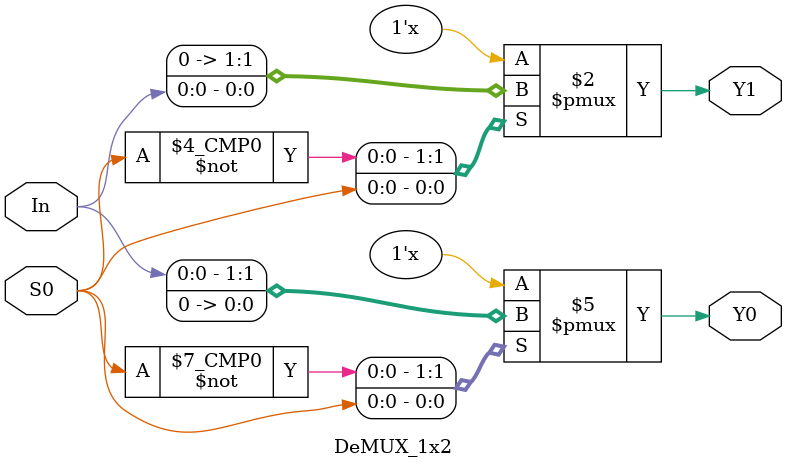
<source format=v>
/********************************************************************************************
Filename    :      DeMUX_1x2.v
Description :      1:2 Demultiplexer RTL using case statement
Author Name :      Sajeel Abid Parray
Language    :      Verilog HDL
Project     :      1:2 Demultiplexer
Date        :      02-December-2025
*********************************************************************************************/

module DeMUX_1x2 (

input In, S0,
output reg Y0, Y1  );

always @(In or S0)
begin
    case (S0)
        1'b0: begin                // When S0=0, route In to Y0
                Y0 = In;
                Y1 = 1'b0;
              end
        1'b1: begin                // When S0=1, route In to Y1
                Y0 = 1'b0;
                Y1 = In;
              end
        default: begin             // Default case to avoid latches
                Y0 = 1'b0;
                Y1 = 1'b0;
                 end
    endcase
end

endmodule    
</source>
